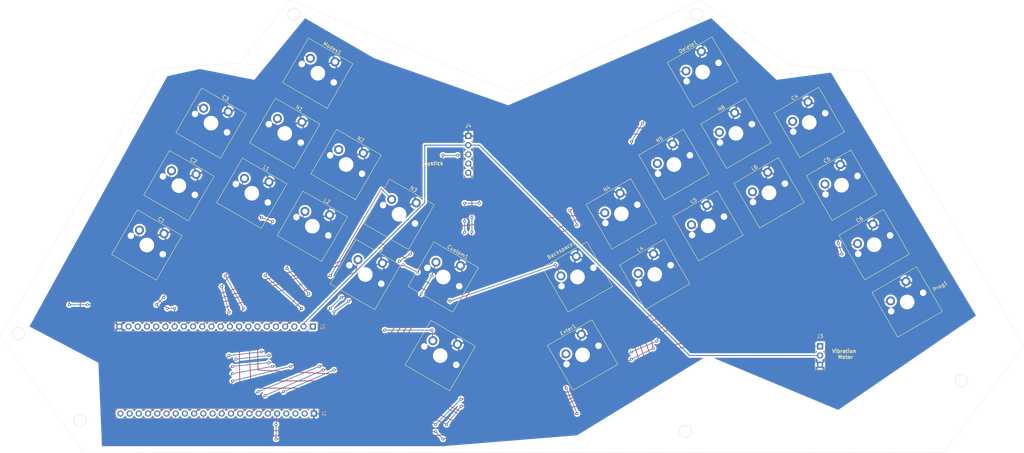
<source format=kicad_pcb>
(kicad_pcb (version 20241229) (generator "pcbnew") (generator_version "9.0")
  (layers (0 "F.Cu" signal) (4 "In1.Cu" signal) (6 "In2.Cu" signal) (2 "B.Cu" signal) (13 "F.Paste" user) (15 "B.Paste" user) (5 "F.SilkS" user "F.Silkscreen") (7 "B.SilkS" user "B.Silkscreen") (1 "F.Mask" user) (3 "B.Mask" user) (25 "Edge.Cuts" user))
  (net 0 "")
  (net 1 "GND")
  (net 2 "PIN_4")
  (net 3 "PIN_5")
  (net 4 "PIN_6")
  (net 5 "PIN_7")
  (net 6 "PIN_15")
  (net 7 "PIN_16")
  (net 8 "PIN_17")
  (net 9 "PIN_18")
  (net 10 "PIN_8")
  (net 11 "PIN_3")
  (net 12 "PIN_46")
  (net 13 "PIN_9")
  (net 14 "PIN_36")
  (net 15 "PIN_10")
  (net 16 "PIN_11")
  (net 17 "PIN_12")
  (net 18 "PIN_0")
  (net 19 "PIN_47")
  (net 20 "PIN_48")
  (net 21 "PIN_35")
  (net 22 "PIN_45")
  (net 23 "PIN_38")
  (net 24 "PIN_13")
  (net 25 "PIN_40")
  (net 26 "PIN_39")
  (net 34 "PIN_41")
  (net 35 "PIN_2")
  (net 36 "PIN_42")
  (net 37 "PIN_21")
  (net 38 "PIN_1")
  (net 43 "3V3")
  (footprint "ScottoKeebs_MX:MX_PCB_1.00u" (layer "F.Cu") (at 236.5006 212.84 30)
    (property "Reference" "Enter1" (at 0 -8 30) (layer "F.SilkS"))
    (property "Value" "Keyswitch")
    (pad "" np_thru_hole circle (at -5.08 0 30) (size 1.75 1.75) (drill 1.75) (layers "*.Cu" "*.Mask"))
    (pad "" np_thru_hole circle (at 0 0 30) (size 4 4) (drill 4) (layers "*.Cu" "*.Mask"))
    (pad "" np_thru_hole circle (at 5.08 0 30) (size 1.75 1.75) (drill 1.75) (layers "*.Cu" "*.Mask"))
    (pad "1" thru_hole circle (at -3.81 -2.540001 30) (size 2.5 2.5) (drill 1.5) (layers "*.Cu" "*.Mask") (net 23 "PIN_38"))
    (pad "2" thru_hole circle (at 2.54 -5.08 30) (size 2.5 2.5) (drill 1.5) (layers "*.Cu" "*.Mask") (net 1 "GND"))
  )
  (footprint "ScottoKeebs_MX:MX_PCB_1.00u" (layer "F.Cu") (at 171.3 160.3294 -30)
    (property "Reference" "N2" (at 0 -8 150) (layer "F.SilkS"))
    (property "Value" "Keyswitch" (hide yes))
    (pad "" np_thru_hole circle (at -5.08 0 330) (size 1.75 1.75) (drill 1.75) (layers "*.Cu" "*.Mask"))
    (pad "" np_thru_hole circle (at 0 0 330) (size 4 4) (drill 4) (layers "*.Cu" "*.Mask"))
    (pad "" np_thru_hole circle (at 5.08 0 330) (size 1.75 1.75) (drill 1.75) (layers "*.Cu" "*.Mask"))
    (pad "1" thru_hole circle (at -3.81 -2.54 330) (size 2.5 2.5) (drill 1.5) (layers "*.Cu" "*.Mask") (net 9 "PIN_18"))
    (pad "2" thru_hole circle (at 2.54 -5.08 330) (size 2.5 2.5) (drill 1.5) (layers "*.Cu" "*.Mask") (net 1 "GND"))
  )
  (footprint "ScottoKeebs_MX:MX_PCB_1.00u" (layer "F.Cu") (at 163.5006 135.16 -30)
    (property "Reference" "Modes1" (at 0 -8 150) (layer "F.SilkS"))
    (property "Value" "Keyswitch" (hide yes))
    (pad "" np_thru_hole circle (at -5.08 0 330) (size 1.75 1.75) (drill 1.75) (layers "*.Cu" "*.Mask"))
    (pad "" np_thru_hole circle (at 0 0 330) (size 4 4) (drill 4) (layers "*.Cu" "*.Mask"))
    (pad "" np_thru_hole circle (at 5.08 0 330) (size 1.75 1.75) (drill 1.75) (layers "*.Cu" "*.Mask"))
    (pad "1" thru_hole circle (at -3.81 -2.54 330) (size 2.5 2.5) (drill 1.5) (layers "*.Cu" "*.Mask") (net 24 "PIN_13"))
    (pad "2" thru_hole circle (at 2.54 -5.08 330) (size 2.5 2.5) (drill 1.5) (layers "*.Cu" "*.Mask") (net 1 "GND"))
  )
  (footprint "ScottoKeebs_MX:MX_PCB_1.00u" (layer "F.Cu") (at 116.3603 182.5294 -30)
    (property "Reference" "C1" (at 0 -8 150) (layer "F.SilkS"))
    (property "Value" "Keyswitch" (hide yes))
    (pad "" np_thru_hole circle (at -5.08 0 330) (size 1.75 1.75) (drill 1.75) (layers "*.Cu" "*.Mask"))
    (pad "" np_thru_hole circle (at 0 0 330) (size 4 4) (drill 4) (layers "*.Cu" "*.Mask"))
    (pad "" np_thru_hole circle (at 5.08 0 330) (size 1.75 1.75) (drill 1.75) (layers "*.Cu" "*.Mask"))
    (pad "1" thru_hole circle (at -3.81 -2.54 330) (size 2.5 2.5) (drill 1.5) (layers "*.Cu" "*.Mask") (net 15 "PIN_10"))
    (pad "2" thru_hole circle (at 2.54 -5.08 330) (size 2.5 2.5) (drill 1.5) (layers "*.Cu" "*.Mask") (net 1 "GND"))
  )
  (footprint "ScottoKeebs_MX:MX_PCB_1.00u" (layer "F.Cu") (at 316.9006 182.44 30)
    (property "Reference" "C6" (at 0 -8 30) (layer "F.SilkS"))
    (property "Value" "Keyswitch")
    (pad "" np_thru_hole circle (at -5.08 0 30) (size 1.75 1.75) (drill 1.75) (layers "*.Cu" "*.Mask"))
    (pad "" np_thru_hole circle (at 0 0 30) (size 4 4) (drill 4) (layers "*.Cu" "*.Mask"))
    (pad "" np_thru_hole circle (at 5.08 0 30) (size 1.75 1.75) (drill 1.75) (layers "*.Cu" "*.Mask"))
    (pad "1" thru_hole circle (at -3.81 -2.540001 30) (size 2.5 2.5) (drill 1.5) (layers "*.Cu" "*.Mask") (net 20 "PIN_48"))
    (pad "2" thru_hole circle (at 2.54 -5.08 30) (size 2.5 2.5) (drill 1.5) (layers "*.Cu" "*.Mask") (net 1 "GND"))
  )
  (footprint "ScottoKeebs_MX:MX_PCB_1.00u" (layer "F.Cu") (at 198.1006 191.36 -30)
    (property "Reference" "Custom1" (at 0 -8 150) (layer "F.SilkS"))
    (property "Value" "Keyswitch" (hide yes))
    (pad "" np_thru_hole circle (at -5.08 0 330) (size 1.75 1.75) (drill 1.75) (layers "*.Cu" "*.Mask"))
    (pad "" np_thru_hole circle (at 0 0 330) (size 4 4) (drill 4) (layers "*.Cu" "*.Mask"))
    (pad "" np_thru_hole circle (at 5.08 0 330) (size 1.75 1.75) (drill 1.75) (layers "*.Cu" "*.Mask"))
    (pad "1" thru_hole circle (at -3.81 -2.54 330) (size 2.5 2.5) (drill 1.5) (layers "*.Cu" "*.Mask") (net 21 "PIN_35"))
    (pad "2" thru_hole circle (at 2.54 -5.08 330) (size 2.5 2.5) (drill 1.5) (layers "*.Cu" "*.Mask") (net 1 "GND"))
  )
  (footprint "ScottoKeebs_MX:MX_PCB_1.00u" (layer "F.Cu") (at 176.6006 190.66 -30)
    (property "Reference" "L3" (at 0 -8 150) (layer "F.SilkS"))
    (property "Value" "Keyswitch" (hide yes))
    (pad "" np_thru_hole circle (at -5.08 0 330) (size 1.75 1.75) (drill 1.75) (layers "*.Cu" "*.Mask"))
    (pad "" np_thru_hole circle (at 0 0 330) (size 4 4) (drill 4) (layers "*.Cu" "*.Mask"))
    (pad "" np_thru_hole circle (at 5.08 0 330) (size 1.75 1.75) (drill 1.75) (layers "*.Cu" "*.Mask"))
    (pad "1" thru_hole circle (at -3.81 -2.54 330) (size 2.5 2.5) (drill 1.5) (layers "*.Cu" "*.Mask") (net 4 "PIN_6"))
    (pad "2" thru_hole circle (at 2.54 -5.08 330) (size 2.5 2.5) (drill 1.5) (layers "*.Cu" "*.Mask") (net 1 "GND"))
  )
  (footprint "ScottoKeebs_MX:MX_PCB_1.00u" (layer "F.Cu") (at 154.4006 151.76 -30)
    (property "Reference" "N1" (at 0 -8 150) (layer "F.SilkS"))
    (property "Value" "Keyswitch" (hide yes))
    (pad "" np_thru_hole circle (at -5.08 0 330) (size 1.75 1.75) (drill 1.75) (layers "*.Cu" "*.Mask"))
    (pad "" np_thru_hole circle (at 0 0 330) (size 4 4) (drill 4) (layers "*.Cu" "*.Mask"))
    (pad "" np_thru_hole circle (at 5.08 0 330) (size 1.75 1.75) (drill 1.75) (layers "*.Cu" "*.Mask"))
    (pad "1" thru_hole circle (at -3.81 -2.54 330) (size 2.5 2.5) (drill 1.5) (layers "*.Cu" "*.Mask") (net 8 "PIN_17"))
    (pad "2" thru_hole circle (at 2.54 -5.08 330) (size 2.5 2.5) (drill 1.5) (layers "*.Cu" "*.Mask") (net 1 "GND"))
  )
  (footprint "Connector_PinSocket_2.54mm:PinSocket_1x03_P2.54mm_Vertical" (layer "F.Cu") (at 302 210.46)
    (property "Reference" "J3" (at 0 -2.77 0) (layer "F.SilkS"))
    (property "Value" "Conn_01x03_Socket")
    (pad "1" thru_hole rect (at 0 0) (size 1.7 1.7) (drill 1) (layers "*.Cu" "*.Mask") (net 34 "PIN_41"))
    (pad "2" thru_hole circle (at 0 2.54) (size 1.7 1.7) (drill 1) (layers "*.Cu" "*.Mask") (net 43 "3V3"))
    (pad "3" thru_hole circle (at 0 5.08) (size 1.7 1.7) (drill 1) (layers "*.Cu" "*.Mask") (net 1 "GND"))
  )
  (footprint "ScottoKeebs_MX:MX_PCB_1.00u" (layer "F.Cu") (at 326.0006 198.24 30)
    (property "Reference" "Prog1" (at 10.050312 0.79115 30) (layer "F.SilkS"))
    (property "Value" "Keyswitch")
    (pad "" np_thru_hole circle (at -5.08 0 30) (size 1.75 1.75) (drill 1.75) (layers "*.Cu" "*.Mask"))
    (pad "" np_thru_hole circle (at 0 0 30) (size 4 4) (drill 4) (layers "*.Cu" "*.Mask"))
    (pad "" np_thru_hole circle (at 5.08 0 30) (size 1.75 1.75) (drill 1.75) (layers "*.Cu" "*.Mask"))
    (pad "1" thru_hole circle (at -3.81 -2.540001 30) (size 2.5 2.5) (drill 1.5) (layers "*.Cu" "*.Mask") (net 37 "PIN_21"))
    (pad "2" thru_hole circle (at 2.54 -5.08 30) (size 2.5 2.5) (drill 1.5) (layers "*.Cu" "*.Mask") (net 1 "GND"))
  )
  (footprint "ScottoKeebs_MX:MX_PCB_1.00u" (layer "F.Cu") (at 162.0006 177.36 -30)
    (property "Reference" "L2" (at 0 -8 150) (layer "F.SilkS"))
    (property "Value" "Keyswitch" (hide yes))
    (pad "" np_thru_hole circle (at -5.08 0 330) (size 1.75 1.75) (drill 1.75) (layers "*.Cu" "*.Mask"))
    (pad "" np_thru_hole circle (at 0 0 330) (size 4 4) (drill 4) (layers "*.Cu" "*.Mask"))
    (pad "" np_thru_hole circle (at 5.08 0 330) (size 1.75 1.75) (drill 1.75) (layers "*.Cu" "*.Mask"))
    (pad "1" thru_hole circle (at -3.81 -2.54 330) (size 2.5 2.5) (drill 1.5) (layers "*.Cu" "*.Mask") (net 3 "PIN_5"))
    (pad "2" thru_hole circle (at 2.54 -5.08 330) (size 2.5 2.5) (drill 1.5) (layers "*.Cu" "*.Mask") (net 1 "GND"))
  )
  (footprint "ScottoKeebs_MX:MX_PCB_1.00u" (layer "F.Cu") (at 134.0603 148.9294 -30)
    (property "Reference" "C3" (at 0 -8 150) (layer "F.SilkS"))
    (property "Value" "Keyswitch" (hide yes))
    (pad "" np_thru_hole circle (at -5.08 0 330) (size 1.75 1.75) (drill 1.75) (layers "*.Cu" "*.Mask"))
    (pad "" np_thru_hole circle (at 0 0 330) (size 4 4) (drill 4) (layers "*.Cu" "*.Mask"))
    (pad "" np_thru_hole circle (at 5.08 0 330) (size 1.75 1.75) (drill 1.75) (layers "*.Cu" "*.Mask"))
    (pad "1" thru_hole circle (at -3.81 -2.54 330) (size 2.5 2.5) (drill 1.5) (layers "*.Cu" "*.Mask") (net 17 "PIN_12"))
    (pad "2" thru_hole circle (at 2.54 -5.08 330) (size 2.5 2.5) (drill 1.5) (layers "*.Cu" "*.Mask") (net 1 "GND"))
  )
  (footprint "ScottoKeebs_MX:MX_PCB_1.00u" (layer "F.Cu") (at 256.4006 190.64 30)
    (property "Reference" "L4" (at 0 -8 30) (layer "F.SilkS"))
    (property "Value" "Keyswitch")
    (pad "" np_thru_hole circle (at -5.08 0 30) (size 1.75 1.75) (drill 1.75) (layers "*.Cu" "*.Mask"))
    (pad "" np_thru_hole circle (at 0 0 30) (size 4 4) (drill 4) (layers "*.Cu" "*.Mask"))
    (pad "" np_thru_hole circle (at 5.08 0 30) (size 1.75 1.75) (drill 1.75) (layers "*.Cu" "*.Mask"))
    (pad "1" thru_hole circle (at -3.81 -2.540001 30) (size 2.5 2.5) (drill 1.5) (layers "*.Cu" "*.Mask") (net 5 "PIN_7"))
    (pad "2" thru_hole circle (at 2.54 -5.08 30) (size 2.5 2.5) (drill 1.5) (layers "*.Cu" "*.Mask") (net 1 "GND"))
  )
  (footprint "ScottoKeebs_MX:MX_PCB_1.00u" (layer "F.Cu") (at 145.3006 168.26 -30)
    (property "Reference" "L1" (at 0 -8 150) (layer "F.SilkS"))
    (property "Value" "Keyswitch" (hide yes))
    (pad "" np_thru_hole circle (at -5.08 0 330) (size 1.75 1.75) (drill 1.75) (layers "*.Cu" "*.Mask"))
    (pad "" np_thru_hole circle (at 0 0 330) (size 4 4) (drill 4) (layers "*.Cu" "*.Mask"))
    (pad "" np_thru_hole circle (at 5.08 0 330) (size 1.75 1.75) (drill 1.75) (layers "*.Cu" "*.Mask"))
    (pad "1" thru_hole circle (at -3.81 -2.540001 330) (size 2.5 2.5) (drill 1.5) (layers "*.Cu" "*.Mask") (net 2 "PIN_4"))
    (pad "2" thru_hole circle (at 2.54 -5.08 330) (size 2.5 2.5) (drill 1.5) (layers "*.Cu" "*.Mask") (net 1 "GND"))
  )
  (footprint "Connector_PinSocket_2.54mm:PinSocket_1x05_P2.54mm_Vertical" (layer "F.Cu") (at 205 152.46)
    (property "Reference" "J4" (at 0 -2.77 0) (layer "F.SilkS"))
    (property "Value" "Conn_01x05_Socket")
    (pad "1" thru_hole rect (at 0 0) (size 1.7 1.7) (drill 1) (layers "*.Cu" "*.Mask") (net 1 "GND"))
    (pad "2" thru_hole circle (at 0 2.54) (size 1.7 1.7) (drill 1) (layers "*.Cu" "*.Mask") (net 43 "3V3"))
    (pad "3" thru_hole circle (at 0 5.08) (size 1.7 1.7) (drill 1) (layers "*.Cu" "*.Mask") (net 38 "PIN_1"))
    (pad "4" thru_hole circle (at 0 7.62) (size 1.7 1.7) (drill 1) (layers "*.Cu" "*.Mask") (net 35 "PIN_2"))
    (pad "5" thru_hole circle (at 0 10.16) (size 1.7 1.7) (drill 1) (layers "*.Cu" "*.Mask") (net 36 "PIN_42"))
  )
  (footprint "ScottoKeebs_MX:MX_PCB_1.00u" (layer "F.Cu") (at 278.8006 151.74 30)
    (property "Reference" "N6" (at 0 -8 30) (layer "F.SilkS"))
    (property "Value" "Keyswitch")
    (pad "" np_thru_hole circle (at -5.08 0 30) (size 1.75 1.75) (drill 1.75) (layers "*.Cu" "*.Mask"))
    (pad "" np_thru_hole circle (at 0 0 30) (size 4 4) (drill 4) (layers "*.Cu" "*.Mask"))
    (pad "" np_thru_hole circle (at 5.08 0 30) (size 1.75 1.75) (drill 1.75) (layers "*.Cu" "*.Mask"))
    (pad "1" thru_hole circle (at -3.81 -2.540001 30) (size 2.5 2.5) (drill 1.5) (layers "*.Cu" "*.Mask") (net 13 "PIN_9"))
    (pad "2" thru_hole circle (at 2.54 -5.08 30) (size 2.5 2.5) (drill 1.5) (layers "*.Cu" "*.Mask") (net 1 "GND"))
  )
  (footprint "ScottoKeebs_MX:MX_PCB_1.00u" (layer "F.Cu") (at 269.6006 134.84 30)
    (property "Reference" "Delete1" (at 0 -8 30) (layer "F.SilkS"))
    (property "Value" "Keyswitch")
    (pad "" np_thru_hole circle (at -5.08 0 30) (size 1.75 1.75) (drill 1.75) (layers "*.Cu" "*.Mask"))
    (pad "" np_thru_hole circle (at 0 0 30) (size 4 4) (drill 4) (layers "*.Cu" "*.Mask"))
    (pad "" np_thru_hole circle (at 5.08 0 30) (size 1.75 1.75) (drill 1.75) (layers "*.Cu" "*.Mask"))
    (pad "1" thru_hole circle (at -3.81 -2.540001 30) (size 2.5 2.5) (drill 1.5) (layers "*.Cu" "*.Mask") (net 22 "PIN_45"))
    (pad "2" thru_hole circle (at 2.54 -5.08 30) (size 2.5 2.5) (drill 1.5) (layers "*.Cu" "*.Mask") (net 1 "GND"))
  )
  (footprint "ScottoKeebs_MX:MX_PCB_1.00u" (layer "F.Cu") (at 261.7 160.34 30)
    (property "Reference" "N5" (at 0 -8 30) (layer "F.SilkS"))
    (property "Value" "Keyswitch")
    (pad "" np_thru_hole circle (at -5.08 0 30) (size 1.75 1.75) (drill 1.75) (layers "*.Cu" "*.Mask"))
    (pad "" np_thru_hole circle (at 0 0 30) (size 4 4) (drill 4) (layers "*.Cu" "*.Mask"))
    (pad "" np_thru_hole circle (at 5.08 0 30) (size 1.75 1.75) (drill 1.75) (layers "*.Cu" "*.Mask"))
    (pad "1" thru_hole circle (at -3.81 -2.540001 30) (size 2.5 2.5) (drill 1.5) (layers "*.Cu" "*.Mask") (net 12 "PIN_46"))
    (pad "2" thru_hole circle (at 2.54 -5.08 30) (size 2.5 2.5) (drill 1.5) (layers "*.Cu" "*.Mask") (net 1 "GND"))
  )
  (footprint "ScottoKeebs_MX:MX_PCB_1.00u" (layer "F.Cu") (at 299.0006 148.74 30)
    (property "Reference" "C4" (at 0 -8 30) (layer "F.SilkS"))
    (property "Value" "Keyswitch")
    (pad "" np_thru_hole circle (at -5.08 0 30) (size 1.75 1.75) (drill 1.75) (layers "*.Cu" "*.Mask"))
    (pad "" np_thru_hole circle (at 0 0 30) (size 4 4) (drill 4) (layers "*.Cu" "*.Mask"))
    (pad "" np_thru_hole circle (at 5.08 0 30) (size 1.75 1.75) (drill 1.75) (layers "*.Cu" "*.Mask"))
    (pad "1" thru_hole circle (at -3.81 -2.540001 30) (size 2.5 2.5) (drill 1.5) (layers "*.Cu" "*.Mask") (net 18 "PIN_0"))
    (pad "2" thru_hole circle (at 2.54 -5.08 30) (size 2.5 2.5) (drill 1.5) (layers "*.Cu" "*.Mask") (net 1 "GND"))
  )
  (footprint "ScottoKeebs_MX:MX_PCB_1.00u" (layer "F.Cu") (at 271.1006 177.24 30)
    (property "Reference" "L5" (at 0 -8 30) (layer "F.SilkS"))
    (property "Value" "Keyswitch")
    (pad "" np_thru_hole circle (at -5.08 0 30) (size 1.75 1.75) (drill 1.75) (layers "*.Cu" "*.Mask"))
    (pad "" np_thru_hole circle (at 0 0 30) (size 4 4) (drill 4) (layers "*.Cu" "*.Mask"))
    (pad "" np_thru_hole circle (at 5.08 0 30) (size 1.75 1.75) (drill 1.75) (layers "*.Cu" "*.Mask"))
    (pad "1" thru_hole circle (at -3.81 -2.540001 30) (size 2.5 2.5) (drill 1.5) (layers "*.Cu" "*.Mask") (net 6 "PIN_15"))
    (pad "2" thru_hole circle (at 2.54 -5.08 30) (size 2.5 2.5) (drill 1.5) (layers "*.Cu" "*.Mask") (net 1 "GND"))
  )
  (footprint "ScottoKeebs_MX:MX_PCB_1.00u" (layer "F.Cu") (at 247.2006 173.94 30)
    (property "Reference" "N4" (at 0 -8 30) (layer "F.SilkS"))
    (property "Value" "Keyswitch")
    (pad "" np_thru_hole circle (at -5.08 0 30) (size 1.75 1.75) (drill 1.75) (layers "*.Cu" "*.Mask"))
    (pad "" np_thru_hole circle (at 0 0 30) (size 4 4) (drill 4) (layers "*.Cu" "*.Mask"))
    (pad "" np_thru_hole circle (at 5.08 0 30) (size 1.75 1.75) (drill 1.75) (layers "*.Cu" "*.Mask"))
    (pad "1" thru_hole circle (at -3.81 -2.540001 30) (size 2.5 2.5) (drill 1.5) (layers "*.Cu" "*.Mask") (net 11 "PIN_3"))
    (pad "2" thru_hole circle (at 2.54 -5.08 30) (size 2.5 2.5) (drill 1.5) (layers "*.Cu" "*.Mask") (net 1 "GND"))
  )
  (footprint "ScottoKeebs_MX:MX_PCB_1.00u" (layer "F.Cu") (at 307.9006 166.04 30)
    (property "Reference" "C5" (at 0 -8 30) (layer "F.SilkS"))
    (property "Value" "Keyswitch")
    (pad "" np_thru_hole circle (at -5.08 0 30) (size 1.75 1.75) (drill 1.75) (layers "*.Cu" "*.Mask"))
    (pad "" np_thru_hole circle (at 0 0 30) (size 4 4) (drill 4) (layers "*.Cu" "*.Mask"))
    (pad "" np_thru_hole circle (at 5.08 0 30) (size 1.75 1.75) (drill 1.75) (layers "*.Cu" "*.Mask"))
    (pad "1" thru_hole circle (at -3.81 -2.540001 30) (size 2.5 2.5) (drill 1.5) (layers "*.Cu" "*.Mask") (net 19 "PIN_47"))
    (pad "2" thru_hole circle (at 2.54 -5.08 30) (size 2.5 2.5) (drill 1.5) (layers "*.Cu" "*.Mask") (net 1 "GND"))
  )
  (footprint "ScottoKeebs_MX:MX_PCB_1.00u" (layer "F.Cu") (at 185.9006 174.06 -30)
    (property "Reference" "N3" (at 0 -8 150) (layer "F.SilkS"))
    (property "Value" "Keyswitch" (hide yes))
    (pad "" np_thru_hole circle (at -5.08 0 330) (size 1.75 1.75) (drill 1.75) (layers "*.Cu" "*.Mask"))
    (pad "" np_thru_hole circle (at 0 0 330) (size 4 4) (drill 4) (layers "*.Cu" "*.Mask"))
    (pad "" np_thru_hole circle (at 5.08 0 330) (size 1.75 1.75) (drill 1.75) (layers "*.Cu" "*.Mask"))
    (pad "1" thru_hole circle (at -3.81 -2.54 330) (size 2.5 2.5) (drill 1.5) (layers "*.Cu" "*.Mask") (net 10 "PIN_8"))
    (pad "2" thru_hole circle (at 2.54 -5.08 330) (size 2.5 2.5) (drill 1.5) (layers "*.Cu" "*.Mask") (net 1 "GND"))
  )
  (footprint "ScottoKeebs_MX:MX_PCB_1.00u" (layer "F.Cu") (at 235.1006 191.34 30)
    (property "Reference" "Backspace1" (at -0.091031 -8.643529 30) (layer "F.SilkS"))
    (property "Value" "Keyswitch")
    (pad "" np_thru_hole circle (at -5.08 0 30) (size 1.75 1.75) (drill 1.75) (layers "*.Cu" "*.Mask"))
    (pad "" np_thru_hole circle (at 0 0 30) (size 4 4) (drill 4) (layers "*.Cu" "*.Mask"))
    (pad "" np_thru_hole circle (at 5.08 0 30) (size 1.75 1.75) (drill 1.75) (layers "*.Cu" "*.Mask"))
    (pad "1" thru_hole circle (at -3.81 -2.540001 30) (size 2.5 2.5) (drill 1.5) (layers "*.Cu" "*.Mask") (net 14 "PIN_36"))
    (pad "2" thru_hole circle (at 2.54 -5.08 30) (size 2.5 2.5) (drill 1.5) (layers "*.Cu" "*.Mask") (net 1 "GND"))
  )
  (footprint "ScottoKeebs_MX:MX_PCB_1.00u" (layer "F.Cu") (at 287.9006 168.14 30)
    (property "Reference" "L6" (at 0 -8 30) (layer "F.SilkS"))
    (property "Value" "Keyswitch")
    (pad "" np_thru_hole circle (at -5.08 0 30) (size 1.75 1.75) (drill 1.75) (layers "*.Cu" "*.Mask"))
    (pad "" np_thru_hole circle (at 0 0 30) (size 4 4) (drill 4) (layers "*.Cu" "*.Mask"))
    (pad "" np_thru_hole circle (at 5.08 0 30) (size 1.75 1.75) (drill 1.75) (layers "*.Cu" "*.Mask"))
    (pad "1" thru_hole circle (at -3.81 -2.540001 30) (size 2.5 2.5) (drill 1.5) (layers "*.Cu" "*.Mask") (net 7 "PIN_16"))
    (pad "2" thru_hole circle (at 2.54 -5.08 30) (size 2.5 2.5) (drill 1.5) (layers "*.Cu" "*.Mask") (net 1 "GND"))
  )
  (footprint "ScottoKeebs_MX:MX_PCB_1.00u" (layer "F.Cu") (at 125.2006 166.16 -30)
    (property "Reference" "C2" (at 0 -8 150) (layer "F.SilkS"))
    (property "Value" "Keyswitch" (hide yes))
    (pad "" np_thru_hole circle (at -5.08 0 330) (size 1.75 1.75) (drill 1.75) (layers "*.Cu" "*.Mask"))
    (pad "" np_thru_hole circle (at 0 0 330) (size 4 4) (drill 4) (layers "*.Cu" "*.Mask"))
    (pad "" np_thru_hole circle (at 5.08 0 330) (size 1.75 1.75) (drill 1.75) (layers "*.Cu" "*.Mask"))
    (pad "1" thru_hole circle (at -3.81 -2.54 330) (size 2.5 2.5) (drill 1.5) (layers "*.Cu" "*.Mask") (net 16 "PIN_11"))
    (pad "2" thru_hole circle (at 2.54 -5.08 330) (size 2.5 2.5) (drill 1.5) (layers "*.Cu" "*.Mask") (net 1 "GND"))
  )
  (footprint "ScottoKeebs_MX:MX_PCB_1.00u" (layer "F.Cu") (at 197.2603 213.0294 -30)
    (property "Reference" "Space1" (hide yes))
    (property "Value" "Keyswitch" (hide yes))
    (pad "" np_thru_hole circle (at -5.08 0 330) (size 1.75 1.75) (drill 1.75) (layers "*.Cu" "*.Mask"))
    (pad "" np_thru_hole circle (at 0 0 330) (size 4 4) (drill 4) (layers "*.Cu" "*.Mask"))
    (pad "" np_thru_hole circle (at 5.08 0 330) (size 1.75 1.75) (drill 1.75) (layers "*.Cu" "*.Mask"))
    (pad "1" thru_hole circle (at -3.81 -2.54 330) (size 2.5 2.5) (drill 1.5) (layers "*.Cu" "*.Mask") (net 26 "PIN_39"))
    (pad "2" thru_hole circle (at 2.54 -5.08 330) (size 2.5 2.5) (drill 1.5) (layers "*.Cu" "*.Mask") (net 1 "GND"))
  )
  (footprint "Connector_PinSocket_2.54mm:PinSocket_1x22_P2.54mm_Vertical" (layer "B.Cu") (at 162.42 229 90)
    (property "Reference" "J1" (at 0 2.77 90) (layer "B.SilkS") (effects (justify mirror)))
    (property "Value" "Conn_01x22_Socket")
    (pad "1" thru_hole rect (at 0 0 90) (size 1.7 1.7) (drill 1) (layers "*.Cu" "*.Mask") (net 1 "GND"))
    (pad "2" thru_hole circle (at 0 -2.54 90) (size 1.7 1.7) (drill 1) (layers "*.Cu" "*.Mask"))
    (pad "3" thru_hole circle (at 0 -5.08 90) (size 1.7 1.7) (drill 1) (layers "*.Cu" "*.Mask"))
    (pad "4" thru_hole circle (at 0 -7.62 90) (size 1.7 1.7) (drill 1) (layers "*.Cu" "*.Mask"))
    (pad "5" thru_hole circle (at 0 -10.16 90) (size 1.7 1.7) (drill 1) (layers "*.Cu" "*.Mask") (net 37 "PIN_21"))
    (pad "6" thru_hole circle (at 0 -12.7 90) (size 1.7 1.7) (drill 1) (layers "*.Cu" "*.Mask") (net 19 "PIN_47"))
    (pad "7" thru_hole circle (at 0 -15.24 90) (size 1.7 1.7) (drill 1) (layers "*.Cu" "*.Mask") (net 20 "PIN_48"))
    (pad "8" thru_hole circle (at 0 -17.78 90) (size 1.7 1.7) (drill 1) (layers "*.Cu" "*.Mask") (net 22 "PIN_45"))
    (pad "9" thru_hole circle (at 0 -20.32 90) (size 1.7 1.7) (drill 1) (layers "*.Cu" "*.Mask") (net 18 "PIN_0"))
    (pad "10" thru_hole circle (at 0 -22.86 90) (size 1.7 1.7) (drill 1) (layers "*.Cu" "*.Mask") (net 21 "PIN_35"))
    (pad "11" thru_hole circle (at 0 -25.4 90) (size 1.7 1.7) (drill 1) (layers "*.Cu" "*.Mask") (net 14 "PIN_36"))
    (pad "12" thru_hole circle (at 0 -27.94 90) (size 1.7 1.7) (drill 1) (layers "*.Cu" "*.Mask"))
    (pad "13" thru_hole circle (at 0 -30.48 90) (size 1.7 1.7) (drill 1) (layers "*.Cu" "*.Mask") (net 23 "PIN_38"))
    (pad "14" thru_hole circle (at 0 -33.02 90) (size 1.7 1.7) (drill 1) (layers "*.Cu" "*.Mask") (net 26 "PIN_39"))
    (pad "15" thru_hole circle (at 0 -35.56 90) (size 1.7 1.7) (drill 1) (layers "*.Cu" "*.Mask") (net 25 "PIN_40"))
    (pad "16" thru_hole circle (at 0 -38.1 90) (size 1.7 1.7) (drill 1) (layers "*.Cu" "*.Mask") (net 34 "PIN_41"))
    (pad "17" thru_hole circle (at 0 -40.64 90) (size 1.7 1.7) (drill 1) (layers "*.Cu" "*.Mask") (net 36 "PIN_42"))
    (pad "18" thru_hole circle (at 0 -43.18 90) (size 1.7 1.7) (drill 1) (layers "*.Cu" "*.Mask") (net 35 "PIN_2"))
    (pad "19" thru_hole circle (at 0 -45.72 90) (size 1.7 1.7) (drill 1) (layers "*.Cu" "*.Mask") (net 38 "PIN_1"))
    (pad "20" thru_hole circle (at 0 -48.26 90) (size 1.7 1.7) (drill 1) (layers "*.Cu" "*.Mask"))
    (pad "21" thru_hole circle (at 0 -50.8 90) (size 1.7 1.7) (drill 1) (layers "*.Cu" "*.Mask"))
    (pad "22" thru_hole circle (at 0 -53.34 90) (size 1.7 1.7) (drill 1) (layers "*.Cu" "*.Mask"))
  )
  (footprint "Connector_PinSocket_2.54mm:PinSocket_1x22_P2.54mm_Vertical" (layer "B.Cu") (at 162.12 205 90)
    (property "Reference" "J2" (at 0 2.77 90) (layer "B.SilkS") (effects (justify mirror)))
    (property "Value" "Conn_01x22_Socket")
    (pad "1" thru_hole rect (at 0 0 90) (size 1.7 1.7) (drill 1) (layers "*.Cu" "*.Mask"))
    (pad "2" thru_hole circle (at 0 -2.54 90) (size 1.7 1.7) (drill 1) (layers "*.Cu" "*.Mask") (net 43 "3V3"))
    (pad "3" thru_hole circle (at 0 -5.08 90) (size 1.7 1.7) (drill 1) (layers "*.Cu" "*.Mask"))
    (pad "4" thru_hole circle (at 0 -7.62 90) (size 1.7 1.7) (drill 1) (layers "*.Cu" "*.Mask") (net 2 "PIN_4"))
    (pad "5" thru_hole circle (at 0 -10.16 90) (size 1.7 1.7) (drill 1) (layers "*.Cu" "*.Mask") (net 3 "PIN_5"))
    (pad "6" thru_hole circle (at 0 -12.7 90) (size 1.7 1.7) (drill 1) (layers "*.Cu" "*.Mask") (net 4 "PIN_6"))
    (pad "7" thru_hole circle (at 0 -15.24 90) (size 1.7 1.7) (drill 1) (layers "*.Cu" "*.Mask") (net 5 "PIN_7"))
    (pad "8" thru_hole circle (at 0 -17.78 90) (size 1.7 1.7) (drill 1) (layers "*.Cu" "*.Mask") (net 6 "PIN_15"))
    (pad "9" thru_hole circle (at 0 -20.32 90) (size 1.7 1.7) (drill 1) (layers "*.Cu" "*.Mask") (net 7 "PIN_16"))
    (pad "10" thru_hole circle (at 0 -22.86 90) (size 1.7 1.7) (drill 1) (layers "*.Cu" "*.Mask") (net 8 "PIN_17"))
    (pad "11" thru_hole circle (at 0 -25.4 90) (size 1.7 1.7) (drill 1) (layers "*.Cu" "*.Mask") (net 9 "PIN_18"))
    (pad "12" thru_hole circle (at 0 -27.94 90) (size 1.7 1.7) (drill 1) (layers "*.Cu" "*.Mask") (net 10 "PIN_8"))
    (pad "13" thru_hole circle (at 0 -30.48 90) (size 1.7 1.7) (drill 1) (layers "*.Cu" "*.Mask") (net 11 "PIN_3"))
    (pad "14" thru_hole circle (at 0 -33.02 90) (size 1.7 1.7) (drill 1) (layers "*.Cu" "*.Mask") (net 12 "PIN_46"))
    (pad "15" thru_hole circle (at 0 -35.56 90) (size 1.7 1.7) (drill 1) (layers "*.Cu" "*.Mask") (net 13 "PIN_9"))
    (pad "16" thru_hole circle (at 0 -38.1 90) (size 1.7 1.7) (drill 1) (layers "*.Cu" "*.Mask") (net 15 "PIN_10"))
    (pad "17" thru_hole circle (at 0 -40.64 90) (size 1.7 1.7) (drill 1) (layers "*.Cu" "*.Mask") (net 16 "PIN_11"))
    (pad "18" thru_hole circle (at 0 -43.18 90) (size 1.7 1.7) (drill 1) (layers "*.Cu" "*.Mask") (net 17 "PIN_12"))
    (pad "19" thru_hole circle (at 0 -45.72 90) (size 1.7 1.7) (drill 1) (layers "*.Cu" "*.Mask") (net 24 "PIN_13"))
    (pad "20" thru_hole circle (at 0 -48.26 90) (size 1.7 1.7) (drill 1) (layers "*.Cu" "*.Mask"))
    (pad "21" thru_hole circle (at 0 -50.8 90) (size 1.7 1.7) (drill 1) (layers "*.Cu" "*.Mask"))
    (pad "22" thru_hole circle (at 0 -53.34 90) (size 1.7 1.7) (drill 1) (layers "*.Cu" "*.Mask") (net 1 "GND"))
  )
  (gr_line (start 335.8 239.8) (end 99 239.6) (stroke (width 0.05)) (layer "Edge.Cuts"))
  (gr_line (start 314.2 134.7) (end 358.2 210.4) (stroke (width 0.05)) (layer "Edge.Cuts"))
  (gr_line (start 293.654717 132.963779) (end 314.2 134.7) (stroke (width 0.05)) (layer "Edge.Cuts"))
  (gr_line (start 155.792683 115) (end 216.7 140.2) (stroke (width 0.05)) (layer "Edge.Cuts"))
  (gr_line (start 75.9 207.6) (end 119.3 133.9) (stroke (width 0.05)) (layer "Edge.Cuts"))
  (gr_circle (center 156.9 118.9) (end 158.6 118.9) (stroke (width 0.1)) (fill no) (layer "Edge.Cuts"))
  (gr_circle (center 264.9 233.9) (end 266.6 233.9) (stroke (width 0.1)) (fill no) (layer "Edge.Cuts"))
  (gr_line (start 269 115) (end 293.654717 132.963779) (stroke (width 0.05)) (layer "Edge.Cuts"))
  (gr_circle (center 97.9 230.9) (end 99.6 230.9) (stroke (width 0.1)) (fill no) (layer "Edge.Cuts"))
  (gr_line (start 99 239.6) (end 75.9 207.6) (stroke (width 0.05)) (layer "Edge.Cuts"))
  (gr_circle (center 340.9 219.9) (end 342.6 219.9) (stroke (width 0.1)) (fill no) (layer "Edge.Cuts"))
  (gr_line (start 216.7 140.2) (end 269 115) (stroke (width 0.05)) (layer "Edge.Cuts"))
  (gr_line (start 142 132.4) (end 155.792683 115) (stroke (width 0.05)) (layer "Edge.Cuts"))
  (gr_circle (center 81 207) (end 82.7 207) (stroke (width 0.1)) (fill no) (layer "Edge.Cuts"))
  (gr_line (start 358.2 210.4) (end 335.8 239.8) (stroke (width 0.05)) (layer "Edge.Cuts"))
  (gr_circle (center 267.9 118.9) (end 269.6 118.9) (stroke (width 0.1)) (fill no) (layer "Edge.Cuts"))
  (gr_line (start 119.3 133.9) (end 142 132.4) (stroke (width 0.05)) (layer "Edge.Cuts"))
  (gr_text "Joystick" (at 192 160.6 0) (layer "F.SilkS") (effects (font (size 1 1) (thickness 0.2) (bold yes)) (justify left bottom)))
  (gr_text "Vibration \nMotor" (at 309 214 0) (layer "F.SilkS") (effects (font (size 1 1) (thickness 0.2) (bold yes)) (justify bottom)))
  (segment (start 148 175) (end 141 170) (width 0.2) (layer "F.Cu") (net 2))
  (segment (start 149 191) (end 155 183) (width 0.2) (layer "F.Cu") (net 2))
  (segment (start 155 183) (end 149 179) (width 0.2) (layer "F.Cu") (net 2))
  (segment (start 149 179) (end 151 176) (width 0.2) (layer "F.Cu") (net 2))
  (segment (start 141 170) (end 143.271044 164.155295) (width 0.2) (layer "F.Cu") (net 2))
  (segment (start 154.5 205) (end 159 200) (width 0.2) (layer "F.Cu") (net 2))
  (via (at 151 176) (size 0.8) (drill 0.4) (layers "F.Cu" "B.Cu") (net 2))
  (via (at 149 191) (size 0.8) (drill 0.4) (layers "F.Cu" "B.Cu") (net 2))
  (via (at 159 200) (size 0.8) (drill 0.4) (layers "F.Cu" "B.Cu") (net 2))
  (via (at 148 175) (size 0.8) (drill 0.4) (layers "F.Cu" "B.Cu") (net 2))
  (segment (start 151 176) (end 148 175) (width 0.2) (layer "B.Cu") (net 2))
  (segment (start 159 200) (end 149 191) (width 0.2) (layer "B.Cu") (net 2))
  (segment (start 159 176) (end 159.971043 173.255295) (width 0.2) (layer "F.Cu") (net 3))
  (segment (start 151.96 205) (end 161 196) (width 0.2) (layer "F.Cu") (net 3))
  (segment (start 155 189) (end 159 176) (width 0.2) (layer "F.Cu") (net 3))
  (via (at 155 189) (size 0.8) (drill 0.4) (layers "F.Cu" "B.Cu") (net 3))
  (via (at 161 196) (size 0.8) (drill 0.4) (layers "F.Cu" "B.Cu") (net 3))
  (segment (start 161 196) (end 155 189) (width 0.2) (layer "B.Cu") (net 3))
  (segment (start 160 195) (end 174 190) (width 0.2) (layer "F.Cu") (net 4))
  (segment (start 174 190) (end 174.571043 186.555295) (width 0.2) (layer "F.Cu") (net 4))
  (segment (start 149.42 205) (end 160 195) (width 0.2) (layer "F.Cu") (net 4))
  (segment (start 249 205) (end 259 200) (width 0.2) (layer "F.Cu") (net 5))
  (segment (start 147 217) (end 184 219) (width 0.2) (layer "F.Cu") (net 5))
  (segment (start 233 225) (end 252 214) (width 0.2) (layer "F.Cu") (net 5))
  (segment (start 252 214) (end 249 205) (width 0.2) (layer "F.Cu") (net 5))
  (segment (start 254 192) (end 251.831043 190.345295) (width 0.2) (layer "F.Cu") (net 5))
  (segment (start 146.88 205) (end 147 217) (width 0.2) (layer "F.Cu") (net 5))
  (segment (start 259 200) (end 254 192) (width 0.2) (layer "F.Cu") (net 5))
  (segment (start 204 229) (end 233 225) (width 0.2) (layer "F.Cu") (net 5))
  (segment (start 184 219) (end 204 229) (width 0.2) (layer "F.Cu") (net 5))
  (segment (start 233 226) (end 254 215) (width 0.2) (layer "F.Cu") (net 6))
  (segment (start 276 193) (end 269 179) (width 0.2) (layer "F.Cu") (net 6))
  (segment (start 204 230) (end 233 226) (width 0.2) (layer "F.Cu") (net 6))
  (segment (start 269 179) (end 266.531043 176.945295) (width 0.2) (layer "F.Cu") (net 6))
  (segment (start 145 220) (end 184 220) (width 0.2) (layer "F.Cu") (net 6))
  (segment (start 254 215) (end 251 206) (width 0.2) (layer "F.Cu") (net 6))
  (segment (start 251 206) (end 276 193) (width 0.2) (layer "F.Cu") (net 6))
  (segment (start 144.34 205) (end 145 220) (width 0.2) (layer "F.Cu") (net 6))
  (segment (start 184 220) (end 204 230) (width 0.2) (layer "F.Cu") (net 6))
  (segment (start 256 215) (end 253 207) (width 0.2) (layer "F.Cu") (net 7))
  (segment (start 141.8 205) (end 142 222) (width 0.2) (layer "F.Cu") (net 7))
  (segment (start 286 171) (end 283.331043 167.845295) (width 0.2) (layer "F.Cu") (net 7))
  (segment (start 235 227) (end 256 215) (width 0.2) (layer "F.Cu") (net 7))
  (segment (start 293 185) (end 286 171) (width 0.2) (layer "F.Cu") (net 7))
  (segment (start 142 222) (end 181 222) (width 0.2) (layer "F.Cu") (net 7))
  (segment (start 253 207) (end 293 185) (width 0.2) (layer "F.Cu") (net 7))
  (segment (start 203 232) (end 235 227) (width 0.2) (layer "F.Cu") (net 7))
  (segment (start 181 222) (end 203 232) (width 0.2) (layer "F.Cu") (net 7))
  (segment (start 138 191) (end 146 179) (width 0.2) (layer "F.Cu") (net 8))
  (segment (start 143 156) (end 151 152) (width 0.2) (layer "F.Cu") (net 8))
  (segment (start 134 172) (end 143 156) (width 0.2) (layer "F.Cu") (net 8))
  (segment (start 146 179) (end 134 172) (width 0.2) (layer "F.Cu") (net 8))
  (segment (start 143 200.28833) (end 143 200) (width 0.2) (layer "F.Cu") (net 8))
  (segment (start 151 152) (end 152.371043 147.655295) (width 0.2) (layer "F.Cu") (net 8))
  (segment (start 139.26 205) (end 139.26 204.02833) (width 0.2) (layer "F.Cu") (net 8))
  (segment (start 139.26 204.02833) (end 143 200.28833) (width 0.2) (layer "F.Cu") (net 8))
  (via (at 138 191) (size 0.8) (drill 0.4) (layers "F.Cu" "B.Cu") (net 8))
  (via (at 143 200) (size 0.8) (drill 0.4) (layers "F.Cu" "B.Cu") (net 8))
  (segment (start 143 200) (end 138 191) (width 0.2) (layer "B.Cu") (net 8))
  (segment (start 137 194) (end 165 153) (width 0.2) (layer "F.Cu") (net 9))
  (segment (start 165 153) (end 169.270443 156.224695) (width 0.2) (layer "F.Cu") (net 9))
  (segment (start 136.72 205) (end 139 201) (width 0.2) (layer "F.Cu") (net 9))
  (via (at 139 201) (size 0.8) (drill 0.4) (layers "F.Cu" "B.Cu") (net 9))
  (via (at 137 194) (size 0.8) (drill 0.4) (layers "F.Cu" "B.Cu") (net 9))
  (segment (start 139 201) (end 137 194) (width 0.2) (layer "B.Cu") (net 9))
  (segment (start 137 200) (end 167 191) (width 0.2) (layer "F.Cu") (net 10))
  (segment (start 134.18 205) (end 137 200) (width 0.2) (layer "F.Cu") (net 10))
  (via (at 167 191) (size 0.8) (drill 0.4) (layers "F.Cu" "B.Cu") (net 10))
  (segment (start 181 167) (end 183.871043 169.955295) (width 0.2) (layer "B.Cu") (net 10))
  (segment (start 167 191) (end 181 167) (width 0.2) (layer "B.Cu") (net 10))
  (segment (start 176 179) (end 189 187) (width 0.2) (layer "F.Cu") (net 11))
  (segment (start 131.64 205) (end 135 199) (width 0.2) (layer "F.Cu") (net 11))
  (segment (start 189 187) (end 195 178) (width 0.2) (layer "F.Cu") (net 11))
  (segment (start 195 178) (end 242.631043 173.645295) (width 0.2) (layer "F.Cu") (net 11))
  (segment (start 163 190) (end 170 188) (width 0.2) (layer "F.Cu") (net 11))
  (segment (start 170 188) (end 176 179) (width 0.2) (layer "F.Cu") (net 11))
  (segment (start 135 199) (end 163 190) (width 0.2) (layer "F.Cu") (net 11))
  (segment (start 193 148) (end 252 152) (width 0.2) (layer "F.Cu") (net 12))
  (segment (start 134 198) (end 170 187) (width 0.2) (layer "F.Cu") (net 12))
  (segment (start 129.1 205) (end 134 198) (width 0.2) (layer "F.Cu") (net 12))
  (segment (start 170 187) (end 193 148) (width 0.2) (layer "F.Cu") (net 12))
  (segment (start 252 152) (end 257.130443 160.045295) (width 0.2) (layer "F.Cu") (net 12))
  (segment (start 192 147) (end 274.231043 151.445295) (width 0.2) (layer "F.Cu") (net 13))
  (segment (start 126.56 205) (end 133 197) (width 0.2) (layer "F.Cu") (net 13))
  (segment (start 169 186) (end 192 147) (width 0.2) (layer "F.Cu") (net 13))
  (segment (start 133 197) (end 169 186) (width 0.2) (layer "F.Cu") (net 13))
  (segment (start 183 208) (end 191 194) (width 0.2) (layer "F.Cu") (net 14))
  (segment (start 191 194) (end 200 198) (width 0.2) (layer "F.Cu") (net 14))
  (segment (start 229 188) (end 230.531043 191.045295) (width 0.2) (layer "F.Cu") (net 14))
  (segment (start 156 216) (end 183 208) (width 0.2) (layer "F.Cu") (net 14))
  (segment (start 137.02 229) (end 140 220) (width 0.2) (layer "F.Cu") (net 14))
  (via (at 156 216) (size 0.8) (drill 0.4) (layers "F.Cu" "B.Cu") (net 14))
  (via (at 140 220) (size 0.8) (drill 0.4) (layers "F.Cu" "B.Cu") (net 14))
  (via (at 229 188) (size 0.8) (drill 0.4) (layers "F.Cu" "B.Cu") (net 14))
  (via (at 200 198) (size 0.8) (drill 0.4) (layers "F.Cu" "B.Cu") (net 14))
  (segment (start 140 220) (end 156 216) (width 0.2) (layer "B.Cu") (net 14))
  (segment (start 200 198) (end 229 188) (width 0.2) (layer "B.Cu") (net 14))
  (segment (start 124.02 200.02) (end 124.02 205) (width 0.2) (layer "F.Cu") (net 15))
  (segment (start 114 192) (end 122 200) (width 0.2) (layer "F.Cu") (net 15))
  (segment (start 124 200) (end 124.02 200.02) (width 0.2) (layer "F.Cu") (net 15))
  (segment (start 114 178.755438) (end 114 192) (width 0.2) (layer "F.Cu") (net 15))
  (segment (start 114.330743 178.424695) (end 114 178.755438) (width 0.2) (layer "F.Cu") (net 15))
  (via (at 124 200) (size 0.8) (drill 0.4) (layers "F.Cu" "B.Cu") (net 15))
  (via (at 122 200) (size 0.8) (drill 0.4) (layers "F.Cu" "B.Cu") (net 15))
  (segment (start 122 200) (end 124 200) (width 0.2) (layer "B.Cu") (net 15))
  (segment (start 121 197) (end 132 178) (width 0.2) (layer "F.Cu") (net 16))
  (segment (start 121.48 205) (end 122 202) (width 0.2) (layer "F.Cu") (net 16))
  (segment (start 122 202) (end 119 199) (width 0.2) (layer "F.Cu") (net 16))
  (segment (start 121 169) (end 123.171043 162.055295) (width 0.2) (layer "F.Cu") (net 16))
  (segment (start 132 178) (end 121 169) (width 0.2) (layer "F.Cu") (net 16))
  (segment (start 123.171043 162.055295) (end 122.8956 162.330738) (width 0.2) (layer "F.Cu") (net 16))
  (via (at 119 199) (size 0.8) (drill 0.4) (layers "F.Cu" "B.Cu") (net 16))
  (via (at 121 197) (size 0.8) (drill 0.4) (layers "F.Cu" "B.Cu") (net 16))
  (segment (start 119 199) (end 121 197) (width 0.2) (layer "B.Cu") (net 16))
  (segment (start 124 141) (end 98 188) (width 0.2) (layer "F.Cu") (net 17))
  (segment (start 119 210) (end 118.94 205) (width 0.2) (layer "F.Cu") (net 17))
  (segment (start 98 188) (end 98 210) (width 0.2) (layer "F.Cu") (net 17))
  (segment (start 132.030743 144.824695) (end 124 141) (width 0.2) (layer "F.Cu") (net 17))
  (segment (start 98 210) (end 119 210) (width 0.2) (layer "F.Cu") (net 17))
  (segment (start 244 187) (end 260 178) (width 0.2) (layer "F.Cu") (net 18))
  (segment (start 193 197) (end 201 201) (width 0.2) (layer "F.Cu") (net 18))
  (segment (start 142.1 229) (end 149 224) (width 0.2) (layer "F.Cu") (net 18))
  (segment (start 185 210) (end 193 197) (width 0.2) (layer "F.Cu") (net 18))
  (segment (start 291 155) (end 291 151) (width 0.2) (layer "F.Cu") (net 18))
  (segment (start 165 217) (end 185 210) (width 0.2) (layer "F.Cu") (net 18))
  (segment (start 201 201) (end 208 188) (width 0.2) (layer "F.Cu") (net 18))
  (segment (start 208 188) (end 236 175) (width 0.2) (layer "F.Cu") (net 18))
  (segment (start 258 174) (end 291 155) (width 0.2) (layer "F.Cu") (net 18))
  (segment (start 260 178) (end 258 174) (width 0.2) (layer "F.Cu") (net 18))
  (segment (start 291 151) (end 294.431043 148.445295) (width 0.2) (layer "F.Cu") (net 18))
  (segment (start 236 175) (end 244 187) (width 0.2) (layer "F.Cu") (net 18))
  (via (at 165 217) (size 0.8) (drill 0.4) (layers "F.Cu" "B.Cu") (net 18))
  (via (at 149 224) (size 0.8) (drill 0.4) (layers "F.Cu" "B.Cu") (net 18))
  (segment (start 149 224) (end 165 217) (width 0.2) (layer "B.Cu") (net 18))
  (segment (start 179 224) (end 196 232) (width 0.2) (layer "F.Cu") (net 19))
  (segment (start 307 182) (end 306 169) (width 0.2) (layer "F.Cu") (net 19))
  (segment (start 155 225) (end 179 224) (width 0.2) (layer "F.Cu") (net 19))
  (segment (start 257 209) (end 258 207) (width 0.2) (layer "F.Cu") (net 19))
  (segment (start 203 225) (end 233 223) (width 0.2) (layer "F.Cu") (net 19))
  (segment (start 233 223) (end 250 212) (width 0.2) (layer "F.Cu") (net 19))
  (segment (start 149.72 229) (end 155 225) (width 0.2) (layer "F.Cu") (net 19))
  (segment (start 258 207) (end 294 188) (width 0.2) (layer "F.Cu") (net 19))
  (segment (start 294 188) (end 308 185) (width 0.2) (layer "F.Cu") (net 19))
  (segment (start 306 169) (end 303.331043 165.745295) (width 0.2) (layer "F.Cu") (net 19))
  (via (at 250 212) (size 0.8) (drill 0.4) (layers "F.Cu" "B.Cu") (net 19))
  (via (at 308 185) (size 0.8) (drill 0.4) (layers "F.Cu" "B.Cu") (net 19))
  (via (at 257 209) (size 0.8) (drill 0.4) (layers "F.Cu" "B.Cu") (net 19))
  (via (at 196 232) (size 0.8) (drill 0.4) (layers "F.Cu" "B.Cu") (net 19))
  (via (at 307 182) (size 0.8) (drill 0.4) (layers "F.Cu" "B.Cu") (net 19))
  (via (at 203 225) (size 0.8) (drill 0.4) (layers "F.Cu" "B.Cu") (net 19))
  (segment (start 308 185) (end 307 182) (width 0.2) (layer "B.Cu") (net 19))
  (segment (start 250 212) (end 257 209) (width 0.2) (layer "B.Cu") (net 19))
  (segment (start 196 232) (end 203 225) (width 0.2) (layer "B.Cu") (net 19))
  (segment (start 247 216) (end 250 214) (width 0.2) (layer "F.Cu") (net 20))
  (segment (start 180 223) (end 199 232) (width 0.2) (layer "F.Cu") (net 20))
  (segment (start 256 211) (end 255 207) (width 0.2) (layer "F.Cu") (net 20))
  (segment (start 255 207) (end 294 186) (width 0.2) (layer "F.Cu") (net 20))
  (segment (start 203 227) (end 233 224) (width 0.2) (layer "F.Cu") (net 20))
  (segment (start 294 186) (end 312.331043 182.145295) (width 0.2) (layer "F.Cu") (net 20))
  (segment (start 147.18 229) (end 155 224) (width 0.2) (layer "F.Cu") (net 20))
  (segment (start 155 224) (end 180 223) (width 0.2) (layer "F.Cu") (net 20))
  (segment (start 233 224) (end 247 216) (width 0.2) (layer "F.Cu") (net 20))
  (via (at 203 227) (size 0.8) (drill 0.4) (layers "F.Cu" "B.Cu") (net 20))
  (via (at 256 211) (size 0.8) (drill 0.4) (layers "F.Cu" "B.Cu") (net 20))
  (via (at 250 214) (size 0.8) (drill 0.4) (layers "F.Cu" "B.Cu") (net 20))
  (via (at 199 232) (size 0.8) (drill 0.4) (layers "F.Cu" "B.Cu") (net 20))
  (segment (start 199 232) (end 203 227) (width 0.2) (layer "B.Cu") (net 20))
  (segment (start 250 214) (end 256 211) (width 0.2) (layer "B.Cu") (net 20))
  (segment (start 195 191) (end 196.071043 187.255295) (width 0.2) (layer "F.Cu") (net 21))
  (segment (start 139.56 229) (end 147 223) (width 0.2) (layer "F.Cu") (net 21))
  (segment (start 164 216) (end 184 209) (width 0.2) (layer "F.Cu") (net 21))
  (segment (start 184 209) (end 192 196) (width 0.2) (layer "F.Cu") (net 21))
  (via (at 147 223) (size 0.8) (drill 0.4) (layers "F.Cu" "B.Cu") (net 21))
  (via (at 192 196) (size 0.8) (drill 0.4) (layers "F.Cu" "B.Cu") (net 21))
  (via (at 195 191) (size 0.8) (drill 0.4) (layers "F.Cu" "B.Cu") (net 21))
  (via (at 164 216) (size 0.8) (drill 0.4) (layers "F.Cu" "B.Cu") (net 21))
  (segment (start 192 196) (end 195 191) (width 0.2) (layer "B.Cu") (net 21))
  (segment (start 147 223) (end 164 216) (width 0.2) (layer "B.Cu") (net 21))
  (segment (start 144.64 229) (end 154 223) (width 0.2) (layer "F.Cu") (net 22))
  (segment (start 253 149) (end 262 135) (width 0.2) (layer "F.Cu") (net 22))
  (segment (start 168 217) (end 186 211) (width 0.2) (layer "F.Cu") (net 22))
  (segment (start 250 162) (end 250 154) (width 0.2) (layer "F.Cu") (net 22))
  (segment (start 233 173) (end 250 162) (width 0.2) (layer "F.Cu") (net 22))
  (segment (start 193 199) (end 201 203) (width 0.2) (layer "F.Cu") (net 22))
  (segment (start 186 211) (end 193 199) (width 0.2) (layer "F.Cu") (net 22))
  (segment (start 262 135) (end 265.031043 134.545295) (width 0.2) (layer "F.Cu") (net 22))
  (segment (start 201 203) (end 209 189) (width 0.2) (layer "F.Cu") (net 22))
  (segment (start 209 189) (end 235 177) (width 0.2) (layer "F.Cu") (net 22))
  (via (at 168 217) (size 0.8) (drill 0.4) (layers "F.Cu" "B.Cu") (net 22))
  (via (at 235 177) (size 0.8) (drill 0.4) (layers "F.Cu" "B.Cu") (net 22))
  (via (at 154 223) (size 0.8) (drill 0.4) (layers "F.Cu" "B.Cu") (net 22))
  (via (at 250 154) (size 0.8) (drill 0.4) (layers "F.Cu" "B.Cu") (net 22))
  (via (at 253 149) (size 0.8) (drill 0.4) (layers "F.Cu" "B.Cu") (net 22))
  (via (at 233 173) (size 0.8) (drill 0.4) (layers "F.Cu" "B.Cu") (net 22))
  (segment (start 154 223) (end 168 217) (width 0.2) (layer "B.Cu") (net 22))
  (segment (start 250 154) (end 253 149) (width 0.2) (layer "B.Cu") (net 22))
  (segment (start 235 177) (end 233 173) (width 0.2) (layer "B.Cu") (net 22))
  (segment (start 203 233) (end 235 229) (width 0.2) (layer "F.Cu") (net 23))
  (segment (start 232 222) (end 229 215) (width 0.2) (layer "F.Cu") (net 23))
  (segment (start 132 234) (end 203 233) (width 0.2) (layer "F.Cu") (net 23))
  (segment (start 229 215) (end 231.931043 212.545295) (width 0.2) (layer "F.Cu") (net 23))
  (segment (start 131.94 229) (end 132 234) (width 0.2) (layer "F.Cu") (net 23))
  (via (at 232 222) (size 0.8) (drill 0.4) (layers "F.Cu" "B.Cu") (net 23))
  (via (at 235 229) (size 0.8) (drill 0.4) (layers "F.Cu" "B.Cu") (net 23))
  (segment (start 235 229) (end 232 222) (width 0.2) (layer "B.Cu") (net 23))
  (segment (start 100 199) (end 116 199) (width 0.2) (layer "F.Cu") (net 24))
  (segment (start 95 188) (end 95 199) (width 0.2) (layer "F.Cu") (net 24))
  (segment (start 155 128) (end 145 144) (width 0.2) (layer "F.Cu") (net 24))
  (segment (start 116 199) (end 116.4 205) (width 0.2) (layer "F.Cu") (net 24))
  (segment (start 131 136) (end 128 141) (width 0.2) (layer "F.Cu") (net 24))
  (segment (start 128 141) (end 123 139) (width 0.2) (layer "F.Cu") (net 24))
  (segment (start 123 139) (end 95 188) (width 0.2) (layer "F.Cu") (net 24))
  (segment (start 145 144) (end 131 136) (width 0.2) (layer "F.Cu") (net 24))
  (segment (start 161.471043 131.055295) (end 155 128) (width 0.2) (layer "F.Cu") (net 24))
  (via (at 100 199) (size 0.8) (drill 0.4) (layers "F.Cu" "B.Cu") (net 24))
  (via (at 95 199) (size 0.8) (drill 0.4) (layers "F.Cu" "B.Cu") (net 24))
  (segment (start 95 199) (end 100 199) (width 0.2) (layer "B.Cu") (net 24))
  (segment (start 151 216) (end 171 211) (width 0.2) (layer "F.Cu") (net 26))
  (segment (start 129.4 229) (end 140 218) (width 0.2) (layer "F.Cu") (net 26))
  (segment (start 171 211) (end 182 206) (width 0.2) (layer "F.Cu") (net 26))
  (segment (start 195 206) (end 195.230743 208.924695) (width 0.2) (layer "F.Cu") (net 26))
  (via (at 195 206) (size 0.8) (drill 0.4) (layers "F.Cu" "B.Cu") (net 26))
  (via (at 151 216) (size 0.8) (drill 0.4) (layers "F.Cu" "B.Cu") (net 26))
  (via (at 182 206) (size 0.8) (drill 0.4) (layers "F.Cu" "B.Cu") (net 26))
  (via (at 140 218) (size 0.8) (drill 0.4) (layers "F.Cu" "B.Cu") (net 26))
  (segment (start 182 206) (end 195 206) (width 0.2) (layer "B.Cu") (net 26))
  (segment (start 140 218) (end 151 216) (width 0.2) (layer "B.Cu") (net 26))
  (segment (start 294 205) (end 299.46 210.46) (width 0.2) (layer "F.Cu") (net 34))
  (segment (start 198 236) (end 236 231) (width 0.2) (layer "F.Cu") (net 34))
  (segment (start 156 235) (end 183 234) (width 0.2) (layer "F.Cu") (net 34))
  (segment (start 124 236) (end 156 235) (width 0.2) (layer "F.Cu") (net 34))
  (segment (start 183 234) (end 196 234) (width 0.2) (layer "F.Cu") (net 34))
  (segment (start 299.46 210.46) (end 302 210.46) (width 0.2) (layer "F.Cu") (net 34))
  (segment (start 258 217) (end 258 212) (width 0.2) (layer "F.Cu") (net 34))
  (segment (start 258 212) (end 294 205) (width 0.2) (layer "F.Cu") (net 34))
  (segment (start 124.32 229) (end 124 236) (width 0.2) (layer "F.Cu") (net 34))
  (segment (start 236 231) (end 258 217) (width 0.2) (layer "F.Cu") (net 34))
  (via (at 196 234) (size 0.8) (drill 0.4) (layers "F.Cu" "B.Cu") (net 34))
  (via (at 198 236) (size 0.8) (drill 0.4) (layers "F.Cu" "B.Cu") (net 34))
  (segment (start 196 234) (end 198 236) (width 0.2) (layer "B.Cu") (net 34))
  (segment (start 191 190) (end 196 182) (width 0.2) (layer "F.Cu") (net 35))
  (segment (start 179 194) (end 179.293083 193.706917) (width 0.2) (layer "F.Cu") (net 35))
  (segment (start 168 209) (end 168 201) (width 0.2) (layer "F.Cu") (net 35))
  (segment (start 119.24 229) (end 141 214) (width 0.2) (layer "F.Cu") (net 35))
  (segment (start 208 163.08) (end 205 160.08) (width 0.2) (layer "F.Cu") (net 35))
  (segment (start 172 198) (end 179 194) (width 0.2) (layer "F.Cu") (net 35))
  (segment (start 179.293083 193.706917) (end 179.293083 193.151685) (width 0.2) (layer "F.Cu") (net 35))
  (segment (start 181 191.444768) (end 181 191) (width 0.2) (layer "F.Cu") (net 35))
  (segment (start 181 191) (end 187 188) (width 0.2) (layer "F.Cu") (net 35))
  (segment (start 179.293083 193.151685) (end 181 191.444768) (width 0.2) (layer "F.Cu") (net 35))
  (segment (start 204 176) (end 204 171) (width 0.2) (layer "F.Cu") (net 35))
  (segment (start 198 180) (end 203 180) (width 0.2) (layer "F.Cu") (net 35))
  (segment (start 196 182) (end 198 180) (width 0.2) (layer "F.Cu") (net 35))
  (segment (start 208 171) (end 208 163.08) (width 0.2) (layer "F.Cu") (net 35))
  (segment (start 150 213) (end 168 209) (width 0.2) (layer "F.Cu") (net 35))
  (segment (start 203 180) (end 204 179) (width 0.2) (layer "F.Cu") (net 35))
  (via (at 204 179) (size 0.8) (drill 0.4) (layers "F.Cu" "B.Cu") (net 35))
  (via (at 141 214) (size 0.8) (drill 0.4) (layers "F.Cu" "B.Cu") (net 35))
  (via (at 204 176) (size 0.8) (drill 0.4) (layers "F.Cu" "B.Cu") (net 35))
  (via (at 168 201) (size 0.8) (drill 0.4) (layers "F.Cu" "B.Cu") (net 35))
  (via (at 187 188) (size 0.8) (drill 0.4) (layers "F.Cu" "B.Cu") (net 35))
  (via (at 208 171) (size 0.8) (drill 0.4) (layers "F.Cu" "B.Cu") (net 35))
  (via (at 172 198) (size 0.8) (drill 0.4) (layers "F.Cu" "B.Cu") (net 35))
  (via (at 150 213) (size 0.8) (drill 0.4) (layers "F.Cu" "B.Cu") (net 35))
  (via (at 204 171) (size 0.8) (drill 0.4) (layers "F.Cu" "B.Cu") (net 35))
  (via (at 191 190) (size 0.8) (drill 0.4) (layers "F.Cu" "B.Cu") (net 35))
  (segment (start 204 179) (end 204 176) (width 0.2) (layer "B.Cu") (net 35))
  (segment (start 168 201) (end 172 198) (width 0.2) (layer "B.Cu") (net 35))
  (segment (start 141 214) (end 150 213) (width 0.2) (layer "B.Cu") (net 35))
  (segment (start 204 171) (end 208 171) (width 0.2) (layer "B.Cu") (net 35))
  (segment (start 187 188) (end 191 190) (width 0.2) (layer "B.Cu") (net 35))
  (segment (start 206 163.62) (end 205 162.62) (width 0.2) (layer "F.Cu") (net 36))
  (segment (start 206 175) (end 206 163.62) (width 0.2) (layer "F.Cu") (net 36))
  (segment (start 205 191) (end 205 186) (width 0.2) (layer "F.Cu") (net 36))
  (segment (start 181 205) (end 190 191) (width 0.2) (layer "F.Cu") (net 36))
  (segment (start 202 192) (end 205 191) (width 0.2) (layer "F.Cu") (net 36))
  (segment (start 121.78 229) (end 140 216) (width 0.2) (layer "F.Cu") (net 36))
  (segment (start 170 210) (end 181 205) (width 0.2) (layer "F.Cu") (net 36))
  (segment (start 190 191) (end 200 196) (width 0.2) (layer "F.Cu") (net 36))
  (segment (start 200 196) (end 202 192) (width 0.2) (layer "F.Cu") (net 36))
  (segment (start 205 186) (end 206 179) (width 0.2) (layer "F.Cu") (net 36))
  (segment (start 150 215) (end 170 210) (width 0.2) (layer "F.Cu") (net 36))
  (via (at 206 175) (size 0.8) (drill 0.4) (layers "F.Cu" "B.Cu") (net 36))
  (via (at 150 215) (size 0.8) (drill 0.4) (layers "F.Cu" "B.Cu") (net 36))
  (via (at 140 216) (size 0.8) (drill 0.4) (layers "F.Cu" "B.Cu") (net 36))
  (via (at 206 179) (size 0.8) (drill 0.4) (layers "F.Cu" "B.Cu") (net 36))
  (segment (start 140 216) (end 150 215) (width 0.2) (layer "B.Cu") (net 36))
  (segment (start 206 179) (end 206 175) (width 0.2) (layer "B.Cu") (net 36))
  (segment (start 257 211) (end 321.431043 197.945295) (width 0.2) (layer "F.Cu") (net 37))
  (segment (start 152 236) (end 197 235) (width 0.2) (layer "F.Cu") (net 37))
  (segment (start 257 216) (end 257 211) (width 0.2) (layer "F.Cu") (net 37))
  (segment (start 197 235) (end 236 230) (width 0.2) (layer "F.Cu") (net 37))
  (segment (start 152.26 229) (end 152 232) (width 0.2) (layer "F.Cu") (net 37))
  (segment (start 236 230) (end 257 216) (width 0.2) (layer "F.Cu") (net 37))
  (via (at 152 236) (size 0.8) (drill 0.4) (layers "F.Cu" "B.Cu") (net 37))
  (via (at 152 232) (size 0.8) (drill 0.4) (layers "F.Cu" "B.Cu") (net 37))
  (segment (start 152 232) (end 152 236) (width 0.2) (layer "B.Cu") (net 37))
  (segment (start 166 208) (end 166 201) (width 0.2) (layer "F.Cu") (net 38))
  (segment (start 200 176) (end 202 171) (width 0.2) (layer "F.Cu") (net 38))
  (segment (start 185 188) (end 186 187) (width 0.2) (layer "F.Cu") (net 38))
  (segment (start 202 157.78) (end 205 157.54) (width 0.2) (layer "F.Cu") (net 38))
  (segment (start 166 201) (end 167 200) (width 0.2) (layer "F.Cu") (net 38))
  (segment (start 198 157.78) (end 197 162) (width 0.2) (layer "F.Cu") (net 38))
  (segment (start 179 193) (end 181 190) (width 0.2) (layer "F.Cu") (net 38))
  (segment (start 189 185) (end 194 177) (width 0.2) (layer "F.Cu") (net 38))
  (segment (start 148 212) (end 166 208) (width 0.2) (layer "F.Cu") (net 38))
  (segment (start 170 197) (end 179 193) (width 0.2) (layer "F.Cu") (net 38))
  (segment (start 181 190) (end 185 188) (width 0.2) (layer "F.Cu") (net 38))
  (segment (start 116.7 229) (end 139 213) (width 0.2) (layer "F.Cu") (net 38))
  (segment (start 197 166) (end 202 171) (width 0.2) (layer "F.Cu") (net 38))
  (segment (start 194 177) (end 200 176) (width 0.2) (layer "F.Cu") (net 38))
  (segment (start 197 162) (end 197 166) (width 0.2) (layer "F.Cu") (net 38))
  (via (at 148 212) (size 0.8) (drill 0.4) (layers "F.Cu" "B.Cu") (net 38))
  (via (at 189 185) (size 0.8) (drill 0.4) (layers "F.Cu" "B.Cu") (net 38))
  (via (at 170 197) (size 0.8) (drill 0.4) (layers "F.Cu" "B.Cu") (net 38))
  (via (at 186 187) (size 0.8) (drill 0.4) (layers "F.Cu" "B.Cu") (net 38))
  (via (at 202 157.78) (size 0.8) (drill 0.4) (layers "F.Cu" "B.Cu") (net 38))
  (via (at 167 200) (size 0.8) (drill 0.4) (layers "F.Cu" "B.Cu") (net 38))
  (via (at 139 213) (size 0.8) (drill 0.4) (layers "F.Cu" "B.Cu") (net 38))
  (via (at 198 157.78) (size 0.8) (drill 0.4) (layers "F.Cu" "B.Cu") (net 38))
  (segment (start 167 200) (end 170 197) (width 0.2) (layer "B.Cu") (net 38))
  (segment (start 186 187) (end 189 185) (width 0.2) (layer "B.Cu") (net 38))
  (segment (start 198 157.78) (end 202 157.78) (width 0.2) (layer "B.Cu") (net 38))
  (segment (start 139 213) (end 148 212) (width 0.2) (layer "B.Cu") (net 38))
  (segment (start 208 155) (end 266 213) (width 0.25) (layer "B.Cu") (net 43))
  (segment (start 159.58 205) (end 159.58 204.219697) (width 0.25) (layer "B.Cu") (net 43))
  (segment (start 193 170.799697) (end 193 155) (width 0.25) (layer "B.Cu") (net 43))
  (segment (start 193 155) (end 205 155) (width 0.25) (layer "B.Cu") (net 43))
  (segment (start 266 213) (end 302 213) (width 0.25) (layer "B.Cu") (net 43))
  (segment (start 205 155) (end 208 155) (width 0.25) (layer "B.Cu") (net 43))
  (segment (start 159.58 204.219697) (end 193 170.799697) (width 0.25) (layer "B.Cu") (net 43))
  (zone (net 1) (net_name "GND") (layer "B.Cu") (connect_pads (clearance 0.5)) (min_thickness 0.25) (fill yes (thermal_gap 0.5) (thermal_bridge_width 0.5))
    (polygon (pts (xy 84 205) (xy 122 136) (xy 131 134) (xy 146 137) (xy 160 120) (xy 179 131) (xy 216 144) (xy 272 120) (xy 290 137) (xy 305 135) (xy 345 202) (xy 307 228) (xy 271 213) (xy 235 235) (xy 198 238) (xy 104 238) (xy 103 215)))
  )
)
</source>
